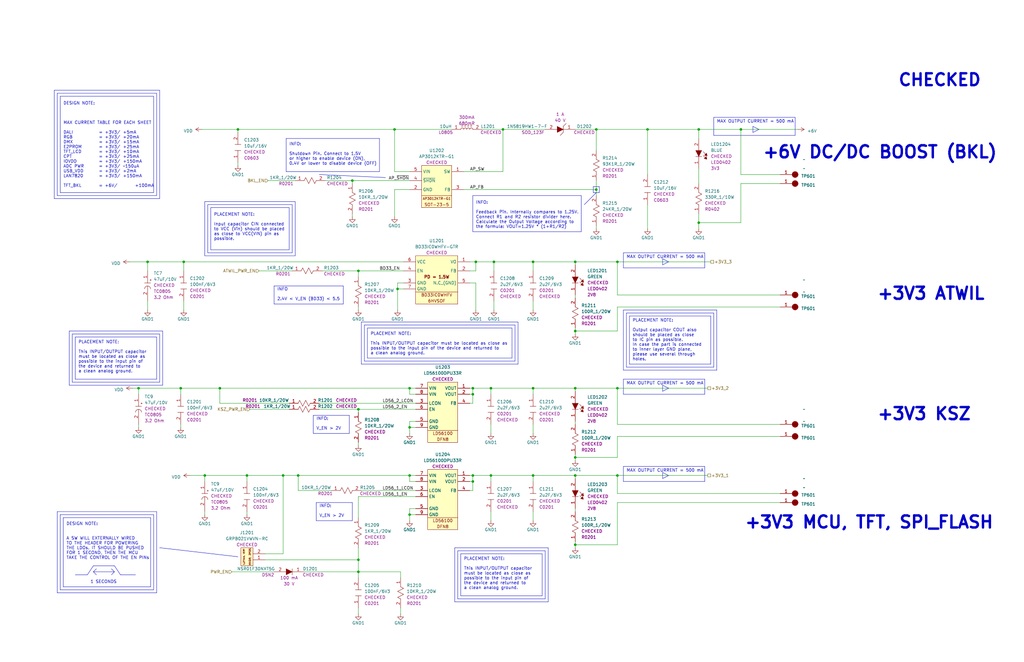
<source format=kicad_sch>
(kicad_sch (version 20230121) (generator eeschema)
  (paper "B")
  (title_block (title "SparkleSplashy") (date "2023-04-25") (company "Siavash Taher Parvar") (comment 1 "Siavash Taher Parvar") (comment 2 "Siavash Taher Parvar") (comment 3 "Siavash Taher Parvar") (comment 4 "_BOM_SpSp_V1.xlsx") (comment 5 "_ASM_SpSp_V1.html") (comment 6 "_GERBER_JLCPCB042023.zip") (comment 8 "No Variant") (comment 9 "N/A"))
  (junction (at 167.64 121.92))
  (junction (at 86.36 200.66))
  (junction (at 76.2 163.83))
  (junction (at 242.57 229.87))
  (junction (at 242.57 110.49))
  (junction (at 242.57 193.04))
  (junction (at 207.01 200.66))
  (junction (at 172.72 200.66))
  (junction (at 242.57 139.7))
  (junction (at 224.79 200.66))
  (junction (at 172.72 217.17))
  (junction (at 58.42 163.83))
  (junction (at 260.35 163.83))
  (junction (at 199.39 203.2))
  (junction (at 119.38 200.66))
  (junction (at 172.72 163.83))
  (junction (at 199.39 166.37))
  (junction (at 104.14 200.66))
  (junction (at 208.28 110.49))
  (junction (at 200.66 110.49))
  (junction (at 260.35 110.49))
  (junction (at 242.57 200.66))
  (junction (at 125.73 200.66))
  (junction (at 166.37 54.61))
  (junction (at 251.46 54.61))
  (junction (at 312.42 54.61))
  (junction (at 294.64 54.61))
  (junction (at 273.05 54.61))
  (junction (at 151.13 236.22))
  (junction (at 224.79 110.49))
  (junction (at 224.79 163.83))
  (junction (at 100.33 54.61))
  (junction (at 92.71 163.83))
  (junction (at 242.57 163.83))
  (junction (at 294.64 93.98))
  (junction (at 199.39 163.83))
  (junction (at 199.39 200.66))
  (junction (at 212.09 54.61))
  (junction (at 251.46 80.01))
  (junction (at 172.72 180.34))
  (junction (at 77.47 110.49))
  (junction (at 148.59 76.2))
  (junction (at 260.35 200.66))
  (junction (at 62.23 110.49))
  (junction (at 151.13 172.72))
  (junction (at 207.01 163.83))
  (junction (at 151.13 114.3))
  (junction (at 151.13 241.3))
  (polyline (pts (xy 252.73 81.28) (xy 250.19 81.28)))
  (wire (pts (xy 105.41 172.72) (xy 121.92 172.72)))
  (wire (pts (xy 195.58 72.39) (xy 212.09 72.39)))
  (wire (pts (xy 151.13 256.54) (xy 151.13 259.08)))
  (polyline (pts (xy 297.18 166.37) (xy 262.89 166.37)))
  (wire (pts (xy 224.79 200.66) (xy 224.79 203.2)))
  (polyline (pts (xy 64.77 81.28) (xy 25.4 81.28)))
  (polyline (pts (xy 160.02 72.39) (xy 120.65 72.39)))
  (polyline (pts (xy 335.28 57.15) (xy 300.99 57.15)))
  (polyline (pts (xy 262.89 160.02) (xy 262.89 166.37)))
  (wire (pts (xy 148.59 90.17) (xy 148.59 91.44)))
  (wire (pts (xy 251.46 96.52) (xy 251.46 95.25)))
  (wire (pts (xy 151.13 241.3) (xy 151.13 243.84)))
  (wire (pts (xy 134.62 170.18) (xy 175.26 170.18)))
  (polyline (pts (xy 160.02 58.42) (xy 160.02 72.39)))
  (polyline (pts (xy 64.77 217.17) (xy 64.77 248.92)))
  (wire (pts (xy 207.01 182.88) (xy 207.01 179.07)))
  (wire (pts (xy 224.79 110.49) (xy 242.57 110.49)))
  (wire (pts (xy 260.35 139.7) (xy 242.57 139.7)))
  (wire (pts (xy 151.13 209.55) (xy 175.26 209.55)))
  (wire (pts (xy 224.79 127) (xy 224.79 130.81)))
  (polyline (pts (xy 39.37 241.3) (xy 48.26 241.3)))
  (wire (pts (xy 166.37 72.39) (xy 172.72 72.39)))
  (wire (pts (xy 224.79 200.66) (xy 242.57 200.66)))
  (wire (pts (xy 54.61 110.49) (xy 62.23 110.49)))
  (polyline (pts (xy 152.4 135.89) (xy 218.44 135.89)))
  (wire (pts (xy 166.37 54.61) (xy 190.5 54.61)))
  (wire (pts (xy 168.91 243.84) (xy 168.91 241.3)))
  (wire (pts (xy 77.47 110.49) (xy 77.47 114.3)))
  (polyline (pts (xy 262.89 196.85) (xy 262.89 203.2)))
  (wire (pts (xy 198.12 110.49) (xy 200.66 110.49)))
  (wire (pts (xy 242.57 110.49) (xy 242.57 111.76)))
  (polyline (pts (xy 199.39 82.55) (xy 199.39 97.79)))
  (polyline (pts (xy 24.13 39.37) (xy 66.04 39.37)))
  (wire (pts (xy 199.39 200.66) (xy 198.12 200.66)))
  (wire (pts (xy 260.35 212.09) (xy 260.35 229.87)))
  (wire (pts (xy 128.27 241.3) (xy 151.13 241.3)))
  (polyline (pts (xy 191.77 231.14) (xy 191.77 254)))
  (polyline (pts (xy 68.58 139.7) (xy 68.58 162.56)))
  (wire (pts (xy 151.13 209.55) (xy 151.13 218.44)))
  (polyline (pts (xy 48.26 238.76) (xy 50.8 242.57)))
  (polyline (pts (xy 87.63 86.36) (xy 87.63 106.68)))
  (wire (pts (xy 242.57 177.8) (xy 242.57 179.07)))
  (wire (pts (xy 312.42 93.98) (xy 294.64 93.98)))
  (polyline (pts (xy 215.9 151.13) (xy 154.94 151.13)))
  (polyline (pts (xy 300.99 49.53) (xy 335.28 49.53)))
  (polyline (pts (xy 133.35 212.09) (xy 133.35 219.71)))
  (wire (pts (xy 172.72 200.66) (xy 175.26 200.66)))
  (polyline (pts (xy 67.31 83.82) (xy 22.86 83.82)))
  (polyline (pts (xy 299.72 133.35) (xy 299.72 153.67)))
  (wire (pts (xy 86.36 200.66) (xy 104.14 200.66)))
  (polyline (pts (xy 24.13 215.9) (xy 24.13 250.19)))
  (polyline (pts (xy 250.19 78.74) (xy 252.73 78.74)))
  (polyline (pts (xy 31.75 142.24) (xy 31.75 160.02)))
  (wire (pts (xy 172.72 80.01) (xy 166.37 80.01)))
  (wire (pts (xy 62.23 110.49) (xy 77.47 110.49)))
  (polyline (pts (xy 147.32 175.26) (xy 147.32 182.88)))
  (wire (pts (xy 152.4 207.01) (xy 175.26 207.01)))
  (polyline (pts (xy 152.4 135.89) (xy 152.4 153.67)))
  (polyline (pts (xy 279.4 201.93) (xy 281.94 200.66)))
  (polyline (pts (xy 87.63 86.36) (xy 123.19 86.36)))
  (wire (pts (xy 328.93 77.47) (xy 312.42 77.47)))
  (polyline (pts (xy 229.87 232.41) (xy 229.87 252.73)))
  (wire (pts (xy 207.01 163.83) (xy 199.39 163.83)))
  (wire (pts (xy 328.93 124.46) (xy 260.35 124.46)))
  (wire (pts (xy 148.59 76.2) (xy 172.72 76.2)))
  (wire (pts (xy 148.59 76.2) (xy 148.59 77.47)))
  (polyline (pts (xy 317.5 55.88) (xy 320.04 54.61)))
  (wire (pts (xy 328.93 179.07) (xy 260.35 179.07)))
  (wire (pts (xy 119.38 200.66) (xy 119.38 233.68)))
  (wire (pts (xy 121.92 170.18) (xy 92.71 170.18)))
  (wire (pts (xy 151.13 172.72) (xy 151.13 173.99)))
  (polyline (pts (xy 26.67 218.44) (xy 26.67 247.65)))
  (wire (pts (xy 198.12 166.37) (xy 199.39 166.37)))
  (wire (pts (xy 224.79 163.83) (xy 224.79 166.37)))
  (wire (pts (xy 251.46 76.2) (xy 251.46 80.01)))
  (polyline (pts (xy 123.19 106.68) (xy 87.63 106.68)))
  (polyline (pts (xy 86.36 107.95) (xy 124.46 107.95)))
  (polyline (pts (xy 279.4 199.39) (xy 281.94 200.66)))
  (polyline (pts (xy 246.38 86.36) (xy 251.46 81.28)))
  (wire (pts (xy 151.13 116.84) (xy 151.13 114.3)))
  (polyline (pts (xy 133.35 212.09) (xy 148.59 212.09)))
  (wire (pts (xy 294.64 54.61) (xy 294.64 58.42)))
  (wire (pts (xy 207.01 200.66) (xy 207.01 203.2)))
  (wire (pts (xy 260.35 129.54) (xy 260.35 139.7)))
  (wire (pts (xy 62.23 110.49) (xy 62.23 114.3)))
  (polyline (pts (xy 297.18 203.2) (xy 262.89 203.2)))
  (wire (pts (xy 113.03 76.2) (xy 124.46 76.2)))
  (wire (pts (xy 242.57 163.83) (xy 260.35 163.83)))
  (polyline (pts (xy 29.21 139.7) (xy 29.21 162.56)))
  (wire (pts (xy 119.38 200.66) (xy 125.73 200.66)))
  (wire (pts (xy 328.93 208.28) (xy 260.35 208.28)))
  (polyline (pts (xy 64.77 248.92) (xy 25.4 248.92)))
  (wire (pts (xy 100.33 69.85) (xy 100.33 68.58)))
  (wire (pts (xy 224.79 114.3) (xy 224.79 110.49)))
  (polyline (pts (xy 279.4 109.22) (xy 279.4 111.76)))
  (wire (pts (xy 76.2 163.83) (xy 92.71 163.83)))
  (wire (pts (xy 166.37 54.61) (xy 166.37 72.39)))
  (polyline (pts (xy 162.56 74.93) (xy 134.62 73.66)))
  (wire (pts (xy 76.2 180.34) (xy 76.2 179.07)))
  (wire (pts (xy 167.64 119.38) (xy 170.18 119.38)))
  (polyline (pts (xy 148.59 212.09) (xy 148.59 219.71)))
  (polyline (pts (xy 147.32 182.88) (xy 132.08 182.88)))
  (wire (pts (xy 139.7 207.01) (xy 125.73 207.01)))
  (wire (pts (xy 172.72 166.37) (xy 175.26 166.37)))
  (wire (pts (xy 58.42 163.83) (xy 76.2 163.83)))
  (wire (pts (xy 251.46 80.01) (xy 251.46 82.55)))
  (wire (pts (xy 151.13 114.3) (xy 170.18 114.3)))
  (wire (pts (xy 58.42 163.83) (xy 58.42 166.37)))
  (polyline (pts (xy 265.43 133.35) (xy 299.72 133.35)))
  (wire (pts (xy 260.35 193.04) (xy 242.57 193.04)))
  (wire (pts (xy 199.39 163.83) (xy 198.12 163.83)))
  (wire (pts (xy 198.12 207.01) (xy 199.39 207.01)))
  (wire (pts (xy 172.72 219.71) (xy 172.72 217.17)))
  (wire (pts (xy 134.62 172.72) (xy 151.13 172.72)))
  (polyline (pts (xy 29.21 139.7) (xy 68.58 139.7)))
  (wire (pts (xy 172.72 203.2) (xy 175.26 203.2)))
  (wire (pts (xy 172.72 180.34) (xy 175.26 180.34)))
  (wire (pts (xy 212.09 54.61) (xy 212.09 72.39)))
  (polyline (pts (xy 262.89 106.68) (xy 262.89 113.03)))
  (wire (pts (xy 92.71 170.18) (xy 92.71 163.83)))
  (wire (pts (xy 208.28 127) (xy 208.28 130.81)))
  (polyline (pts (xy 31.75 242.57) (xy 36.83 242.57)))
  (polyline (pts (xy 29.21 162.56) (xy 68.58 162.56)))
  (wire (pts (xy 224.79 182.88) (xy 224.79 179.07)))
  (polyline (pts (xy 46.99 240.03) (xy 48.26 241.3)))
  (polyline (pts (xy 228.6 251.46) (xy 194.31 251.46)))
  (wire (pts (xy 198.12 119.38) (xy 200.66 119.38)))
  (wire (pts (xy 224.79 219.71) (xy 224.79 215.9)))
  (polyline (pts (xy 86.36 85.09) (xy 124.46 85.09)))
  (polyline (pts (xy 217.17 137.16) (xy 217.17 152.4)))
  (polyline (pts (xy 300.99 154.94) (xy 264.16 154.94)))
  (polyline (pts (xy 121.92 105.41) (xy 88.9 105.41)))
  (wire (pts (xy 151.13 172.72) (xy 175.26 172.72)))
  (wire (pts (xy 76.2 166.37) (xy 76.2 163.83)))
  (wire (pts (xy 328.93 129.54) (xy 260.35 129.54)))
  (polyline (pts (xy 31.75 142.24) (xy 66.04 142.24)))
  (polyline (pts (xy 22.86 38.1) (xy 22.86 83.82)))
  (polyline (pts (xy 262.89 130.81) (xy 262.89 156.21)))
  (wire (pts (xy 175.26 177.8) (xy 172.72 177.8)))
  (wire (pts (xy 242.57 229.87) (xy 242.57 228.6)))
  (polyline (pts (xy 317.5 53.34) (xy 320.04 54.61)))
  (polyline (pts (xy 154.94 138.43) (xy 154.94 151.13)))
  (wire (pts (xy 199.39 170.18) (xy 199.39 166.37)))
  (wire (pts (xy 125.73 207.01) (xy 125.73 200.66)))
  (wire (pts (xy 55.88 163.83) (xy 58.42 163.83)))
  (wire (pts (xy 151.13 187.96) (xy 151.13 186.69)))
  (polyline (pts (xy 279.4 162.56) (xy 279.4 165.1)))
  (wire (pts (xy 97.79 241.3) (xy 115.57 241.3)))
  (polyline (pts (xy 67.31 161.29) (xy 30.48 161.29)))
  (wire (pts (xy 242.57 139.7) (xy 242.57 138.43)))
  (polyline (pts (xy 199.39 82.55) (xy 245.11 82.55)))
  (wire (pts (xy 208.28 110.49) (xy 208.28 114.3)))
  (wire (pts (xy 251.46 54.61) (xy 251.46 63.5)))
  (polyline (pts (xy 132.08 175.26) (xy 147.32 175.26)))
  (wire (pts (xy 119.38 233.68) (xy 111.76 233.68)))
  (wire (pts (xy 77.47 127) (xy 77.47 130.81)))
  (polyline (pts (xy 120.65 58.42) (xy 120.65 72.39)))
  (wire (pts (xy 62.23 127) (xy 62.23 130.81)))
  (polyline (pts (xy 25.4 217.17) (xy 25.4 248.92)))
  (wire (pts (xy 199.39 207.01) (xy 199.39 203.2)))
  (polyline (pts (xy 66.04 160.02) (xy 31.75 160.02)))
  (polyline (pts (xy 317.5 53.34) (xy 317.5 55.88)))
  (wire (pts (xy 242.57 163.83) (xy 242.57 165.1)))
  (polyline (pts (xy 24.13 39.37) (xy 24.13 82.55)))
  (wire (pts (xy 109.22 114.3) (xy 123.19 114.3)))
  (polyline (pts (xy 262.89 156.21) (xy 302.26 156.21)))
  (wire (pts (xy 175.26 214.63) (xy 172.72 214.63)))
  (polyline (pts (xy 30.48 140.97) (xy 67.31 140.97)))
  (wire (pts (xy 203.2 54.61) (xy 212.09 54.61)))
  (polyline (pts (xy 25.4 40.64) (xy 64.77 40.64)))
  (polyline (pts (xy 66.04 39.37) (xy 66.04 82.55)))
  (wire (pts (xy 172.72 163.83) (xy 172.72 166.37)))
  (polyline (pts (xy 245.11 97.79) (xy 199.39 97.79)))
  (polyline (pts (xy 218.44 135.89) (xy 218.44 153.67)))
  (wire (pts (xy 294.64 71.12) (xy 294.64 77.47)))
  (polyline (pts (xy 262.89 160.02) (xy 297.18 160.02)))
  (wire (pts (xy 260.35 229.87) (xy 242.57 229.87)))
  (polyline (pts (xy 154.94 138.43) (xy 215.9 138.43)))
  (polyline (pts (xy 279.4 111.76) (xy 281.94 110.49)))
  (wire (pts (xy 58.42 180.34) (xy 58.42 179.07)))
  (polyline (pts (xy 300.99 132.08) (xy 300.99 154.94)))
  (wire (pts (xy 242.57 214.63) (xy 242.57 215.9)))
  (wire (pts (xy 172.72 177.8) (xy 172.72 180.34)))
  (wire (pts (xy 294.64 93.98) (xy 294.64 90.17)))
  (polyline (pts (xy 144.78 120.65) (xy 144.78 128.27)))
  (polyline (pts (xy 302.26 130.81) (xy 302.26 156.21)))
  (polyline (pts (xy 40.64 240.03) (xy 39.37 241.3)))
  (wire (pts (xy 198.12 114.3) (xy 200.66 114.3)))
  (polyline (pts (xy 123.19 86.36) (xy 123.19 106.68)))
  (wire (pts (xy 273.05 73.66) (xy 273.05 54.61)))
  (polyline (pts (xy 30.48 140.97) (xy 30.48 161.29)))
  (polyline (pts (xy 191.77 254) (xy 231.14 254)))
  (polyline (pts (xy 115.57 120.65) (xy 144.78 120.65)))
  (polyline (pts (xy 39.37 238.76) (xy 48.26 238.76)))
  (polyline (pts (xy 229.87 252.73) (xy 193.04 252.73)))
  (polyline (pts (xy 194.31 233.68) (xy 194.31 251.46)))
  (wire (pts (xy 260.35 110.49) (xy 299.72 110.49)))
  (polyline (pts (xy 262.89 130.81) (xy 302.26 130.81)))
  (polyline (pts (xy 66.04 142.24) (xy 66.04 160.02)))
  (polyline (pts (xy 26.67 218.44) (xy 63.5 218.44)))
  (wire (pts (xy 207.01 200.66) (xy 224.79 200.66)))
  (polyline (pts (xy 66.04 82.55) (xy 24.13 82.55)))
  (wire (pts (xy 199.39 203.2) (xy 199.39 200.66)))
  (polyline (pts (xy 22.86 38.1) (xy 67.31 38.1)))
  (wire (pts (xy 135.89 114.3) (xy 151.13 114.3)))
  (polyline (pts (xy 250.19 78.74) (xy 250.19 81.28)))
  (polyline (pts (xy 152.4 153.67) (xy 218.44 153.67)))
  (polyline (pts (xy 115.57 120.65) (xy 115.57 128.27)))
  (wire (pts (xy 260.35 200.66) (xy 298.45 200.66)))
  (polyline (pts (xy 262.89 196.85) (xy 297.18 196.85)))
  (wire (pts (xy 198.12 203.2) (xy 199.39 203.2)))
  (polyline (pts (xy 67.31 38.1) (xy 67.31 83.82)))
  (polyline (pts (xy 50.8 242.57) (xy 57.15 242.57)))
  (polyline (pts (xy 88.9 87.63) (xy 88.9 105.41)))
  (wire (pts (xy 207.01 163.83) (xy 224.79 163.83)))
  (polyline (pts (xy 40.64 242.57) (xy 39.37 241.3)))
  (polyline (pts (xy 86.36 85.09) (xy 86.36 107.95)))
  (wire (pts (xy 104.14 217.17) (xy 104.14 215.9)))
  (wire (pts (xy 167.64 121.92) (xy 170.18 121.92)))
  (wire (pts (xy 242.57 200.66) (xy 242.57 201.93)))
  (wire (pts (xy 172.72 217.17) (xy 175.26 217.17)))
  (polyline (pts (xy 153.67 137.16) (xy 153.67 152.4)))
  (wire (pts (xy 294.64 96.52) (xy 294.64 93.98)))
  (polyline (pts (xy 25.4 217.17) (xy 64.77 217.17)))
  (wire (pts (xy 224.79 163.83) (xy 242.57 163.83)))
  (wire (pts (xy 111.76 236.22) (xy 151.13 236.22)))
  (polyline (pts (xy 262.89 106.68) (xy 297.18 106.68)))
  (wire (pts (xy 195.58 80.01) (xy 251.46 80.01)))
  (polyline (pts (xy 264.16 132.08) (xy 300.99 132.08)))
  (polyline (pts (xy 36.83 242.57) (xy 39.37 238.76)))
  (wire (pts (xy 312.42 77.47) (xy 312.42 93.98)))
  (polyline (pts (xy 191.77 231.14) (xy 231.14 231.14)))
  (wire (pts (xy 151.13 130.81) (xy 151.13 129.54)))
  (wire (pts (xy 166.37 80.01) (xy 166.37 91.44)))
  (polyline (pts (xy 297.18 196.85) (xy 297.18 203.2)))
  (wire (pts (xy 77.47 110.49) (xy 170.18 110.49)))
  (wire (pts (xy 328.93 212.09) (xy 260.35 212.09)))
  (wire (pts (xy 260.35 163.83) (xy 298.45 163.83)))
  (wire (pts (xy 167.64 119.38) (xy 167.64 121.92)))
  (wire (pts (xy 100.33 54.61) (xy 100.33 55.88)))
  (polyline (pts (xy 252.73 78.74) (xy 252.73 81.28)))
  (polyline (pts (xy 299.72 153.67) (xy 265.43 153.67)))
  (wire (pts (xy 172.72 214.63) (xy 172.72 217.17)))
  (polyline (pts (xy 148.59 219.71) (xy 133.35 219.71)))
  (wire (pts (xy 80.01 200.66) (xy 86.36 200.66)))
  (wire (pts (xy 172.72 200.66) (xy 172.72 203.2)))
  (polyline (pts (xy 215.9 138.43) (xy 215.9 151.13)))
  (wire (pts (xy 100.33 54.61) (xy 166.37 54.61)))
  (polyline (pts (xy 25.4 40.64) (xy 25.4 81.28)))
  (polyline (pts (xy 67.31 231.14) (xy 100.33 234.95)))
  (wire (pts (xy 242.57 54.61) (xy 251.46 54.61)))
  (wire (pts (xy 273.05 96.52) (xy 273.05 86.36)))
  (polyline (pts (xy 46.99 242.57) (xy 48.26 241.3)))
  (polyline (pts (xy 297.18 160.02) (xy 297.18 166.37)))
  (polyline (pts (xy 121.92 87.63) (xy 121.92 105.41)))
  (wire (pts (xy 312.42 54.61) (xy 336.55 54.61)))
  (polyline (pts (xy 300.99 49.53) (xy 300.99 57.15)))
  (wire (pts (xy 200.66 114.3) (xy 200.66 110.49)))
  (polyline (pts (xy 88.9 87.63) (xy 121.92 87.63)))
  (wire (pts (xy 172.72 163.83) (xy 175.26 163.83)))
  (polyline (pts (xy 245.11 82.55) (xy 245.11 97.79)))
  (wire (pts (xy 273.05 54.61) (xy 251.46 54.61)))
  (polyline (pts (xy 335.28 49.53) (xy 335.28 57.15)))
  (polyline (pts (xy 24.13 250.19) (xy 66.04 250.19)))
  (polyline (pts (xy 63.5 247.65) (xy 26.67 247.65)))
  (polyline (pts (xy 193.04 232.41) (xy 229.87 232.41)))
  (wire (pts (xy 151.13 231.14) (xy 151.13 236.22)))
  (wire (pts (xy 200.66 119.38) (xy 200.66 130.81)))
  (wire (pts (xy 224.79 110.49) (xy 208.28 110.49)))
  (polyline (pts (xy 193.04 232.41) (xy 193.04 252.73)))
  (wire (pts (xy 198.12 170.18) (xy 199.39 170.18)))
  (wire (pts (xy 137.16 76.2) (xy 148.59 76.2)))
  (wire (pts (xy 242.57 110.49) (xy 260.35 110.49)))
  (wire (pts (xy 86.36 200.66) (xy 86.36 203.2)))
  (wire (pts (xy 85.09 54.61) (xy 100.33 54.61)))
  (polyline (pts (xy 120.65 58.42) (xy 160.02 58.42)))
  (wire (pts (xy 199.39 166.37) (xy 199.39 163.83)))
  (polyline (pts (xy 132.08 175.26) (xy 132.08 182.88)))
  (wire (pts (xy 260.35 124.46) (xy 260.35 110.49)))
  (wire (pts (xy 312.42 73.66) (xy 312.42 54.61)))
  (wire (pts (xy 328.93 73.66) (xy 312.42 73.66)))
  (polyline (pts (xy 279.4 162.56) (xy 281.94 163.83)))
  (wire (pts (xy 212.09 54.61) (xy 229.87 54.61)))
  (polyline (pts (xy 217.17 152.4) (xy 153.67 152.4)))
  (wire (pts (xy 125.73 200.66) (xy 172.72 200.66)))
  (wire (pts (xy 151.13 241.3) (xy 168.91 241.3)))
  (polyline (pts (xy 279.4 165.1) (xy 281.94 163.83)))
  (polyline (pts (xy 228.6 233.68) (xy 228.6 251.46)))
  (polyline (pts (xy 279.4 109.22) (xy 281.94 110.49)))
  (wire (pts (xy 172.72 182.88) (xy 172.72 180.34)))
  (polyline (pts (xy 265.43 133.35) (xy 265.43 153.67)))
  (wire (pts (xy 168.91 259.08) (xy 168.91 256.54)))
  (wire (pts (xy 242.57 231.14) (xy 242.57 229.87)))
  (wire (pts (xy 294.64 54.61) (xy 312.42 54.61)))
  (polyline (pts (xy 67.31 140.97) (xy 67.31 161.29)))
  (polyline (pts (xy 24.13 215.9) (xy 66.04 215.9)))
  (polyline (pts (xy 194.31 233.68) (xy 228.6 233.68)))
  (wire (pts (xy 273.05 54.61) (xy 294.64 54.61)))
  (polyline (pts (xy 66.04 215.9) (xy 66.04 250.19)))
  (polyline (pts (xy 297.18 113.03) (xy 262.89 113.03)))
  (polyline (pts (xy 231.14 231.14) (xy 231.14 254)))
  (polyline (pts (xy 264.16 132.08) (xy 264.16 154.94)))
  (wire (pts (xy 167.64 121.92) (xy 167.64 130.81)))
  (wire (pts (xy 260.35 179.07) (xy 260.35 163.83)))
  (wire (pts (xy 207.01 200.66) (xy 199.39 200.66)))
  (polyline (pts (xy 124.46 85.09) (xy 124.46 107.95)))
  (wire (pts (xy 260.35 208.28) (xy 260.35 200.66)))
  (polyline (pts (xy 144.78 128.27) (xy 115.57 128.27)))
  (wire (pts (xy 151.13 241.3) (xy 151.13 236.22)))
  (wire (pts (xy 242.57 124.46) (xy 242.57 125.73)))
  (polyline (pts (xy 153.67 137.16) (xy 217.17 137.16)))
  (polyline (pts (xy 297.18 106.68) (xy 297.18 113.03)))
  (wire (pts (xy 242.57 140.97) (xy 242.57 139.7)))
  (wire (pts (xy 92.71 163.83) (xy 172.72 163.83)))
  (polyline (pts (xy 63.5 218.44) (xy 63.5 247.65)))
  (wire (pts (xy 242.57 193.04) (xy 242.57 191.77)))
  (polyline (pts (xy 64.77 40.64) (xy 64.77 81.28)))
  (wire (pts (xy 260.35 184.15) (xy 260.35 193.04)))
  (wire (pts (xy 86.36 217.17) (xy 86.36 215.9)))
  (wire (pts (xy 208.28 110.49) (xy 200.66 110.49)))
  (wire (pts (xy 242.57 200.66) (xy 260.35 200.66)))
  (polyline (pts (xy 279.4 199.39) (xy 279.4 201.93)))
  (wire (pts (xy 242.57 194.31) (xy 242.57 193.04)))
  (wire (pts (xy 104.14 200.66) (xy 119.38 200.66)))
  (wire (pts (xy 207.01 163.83) (xy 207.01 166.37)))
  (wire (pts (xy 207.01 219.71) (xy 207.01 215.9)))
  (wire (pts (xy 328.93 184.15) (xy 260.35 184.15)))
  (wire (pts (xy 104.14 203.2) (xy 104.14 200.66)))
  (text "+3V3 MCU, TFT, SPI_FLASH" (at 313.69 223.52 0) (effects (font (size 5.08 5.08) (thickness 1.016) bold) (justify left bottom)))
  (text "PLACEMENT NOTE:\n\nThis INPUT/OUTPUT capacitor \nmust be located as close as\npossible to the input pin of \nthe device and returned to \na clean analog ground." (at 33.02 157.48 0) (effects (font (size 1.27 1.27)) (justify left bottom)))
  (text "MAX OUTPUT CURRENT = 500 mA" (at 264.16 162.56 0) (effects (font (size 1.27 1.27)) (justify left bottom)))
  (text "MAX OUTPUT CURRENT = 500 mA" (at 264.16 199.39 0) (effects (font (size 1.27 1.27)) (justify left bottom)))
  (text "INFO:\n\nV_EN > 2V" (at 134.62 218.44 0) (effects (font (size 1.27 1.27)) (justify left bottom)))
  (text "MAX OUTPUT CURRENT = 500 mA" (at 302.26 52.07 0) (effects (font (size 1.27 1.27)) (justify left bottom)))
  (text "DESIGN NOTE:" (at 26.67 44.45 0) (effects (font (size 1.27 1.27)) (justify left bottom)))
  (text "GREEN LED FOR LDOs\nBLUE LED FOR BACKLIGHT DC/DC CONVERTER\nRED LED FOR MCU STATUS\nORANGE LED FOR ETHERNET ENABLE\nAMBER LED FOR WIFI ENABLE\n\n\n+3V3_1 -> FOR MCU + TFTLCD + TOUCH\n+3V3_2 -> FOR ETHERNET CONTROLLER\n+3V3_3 -> FOR WIFI TX/RX\n+6VDC -> FOR TFT LCD BACKLIGHT" (at 436.88 139.7 0) (effects (font (size 8 8)) (justify left bottom)))
  (text "+3V3 KSZ" (at 369.57 177.8 0) (effects (font (size 5.08 5.08) (thickness 1.016) bold) (justify left bottom)))
  (text "1 SECONDS" (at 38.1 246.38 0) (effects (font (size 1.27 1.27)) (justify left bottom)))
  (text "CHECKED" (at 378.46 36.83 0) (effects (font (size 5 5) bold) (justify left bottom)))
  (text "+6V DC/DC BOOST (BKL)" (at 321.31 67.31 0) (effects (font (size 5.08 5.08) (thickness 1.016) bold) (justify left bottom)))
  (text "INFO:\n\nShutdown Pin. Connect to 1.5V \nor higher to enable device (ON), \n0.4V or lower to disable device (OFF)" (at 121.92 69.85 0) (effects (font (size 1.27 1.27)) (justify left bottom)))
  (text "PLACEMENT NOTE:\n\nInput capacitor CIN connected\nto VCC (Vin) should be placed \nas close to VCC(VIN) pin as \npossible.\n" (at 90.17 101.6 0) (effects (font (size 1.27 1.27)) (justify left bottom)))
  (text "INFO:\n\nFeedback Pin. Internally compares to 1.25V. \nConnect R1 and R2 resistor divider here. \nCalculate the Output Voltage according to \nthe formula: VOUT=1.25V * (1+R1/R2)" (at 200.66 96.52 0) (effects (font (size 1.27 1.27)) (justify left bottom)))
  (text "PLACEMENT NOTE:\n\nOutput capacitor COUT also\nshould be placed as close\nto IC pin as possible.\nIn case the part is connected \nto inner layer GND plane, \nplease use several through \nholes." (at 266.7 152.4 0) (effects (font (size 1.27 1.27)) (justify left bottom)))
  (text "DESIGN NOTE:\n\n\nA SW WILL EXTERNALLY WIRED\nTO THE HEADER FOR POWERING \nTHE LDOs. IT SHOULD BE PUSHED\nFOR 1 SECOND, THEN THE MCU\nTAKE THE CONTROL OF THE EN PINs" (at 27.94 236.22 0) (effects (font (size 1.27 1.27)) (justify left bottom)))
  (text "INFO\n\n2.4V < V_EN (BD33) < 5.5" (at 116.84 127 0) (effects (font (size 1.27 1.27)) (justify left bottom)))
  (text "MAX CURRENT TABLE FOR EACH SHEET\n\nDALI 		= +3V3/	+5mA\nRGB 		= +3V3/	+20mA\nDMX			= +3V3/	+15mA\nE2PROM		= +3V3/	+25mA\nTFT_LCD		= +3V3/	+10mA\nCPT			= +3V3/	+25mA\nIOVDD		= +3V3/	+150mA\nADC PWR 	= +3V3/	~150uA\nUSB_VDD 	= +3V3/	+2mA\nLAN7820 	= +3V3/	+150mA\n\nTFT_BKL		= +6V/ 		+100mA\n\n" (at 26.67 81.28 0) (effects (font (size 1.27 1.27)) (justify left bottom)))
  (text "PLACEMENT NOTE:\n\nThis INPUT/OUTPUT capacitor must be located as close as\npossible to the input pin of the device and returned to \na clean analog ground." (at 156.21 149.86 0) (effects (font (size 1.27 1.27)) (justify left bottom)))
  (text "MAX OUTPUT CURRENT = 500 mA" (at 264.16 109.22 0) (effects (font (size 1.27 1.27)) (justify left bottom)))
  (text "PLACEMENT NOTE:\n\nThis INPUT/OUTPUT capacitor \nmust be located as close as\npossible to the input pin of \nthe device and returned to \na clean analog ground." (at 195.58 248.92 0) (effects (font (size 1.27 1.27)) (justify left bottom)))
  (text "INFO:\n\nV_EN > 2V" (at 133.35 181.61 0) (effects (font (size 1.27 1.27)) (justify left bottom)))
  (text "+3V3 ATWIL" (at 369.57 127 0) (effects (font (size 5.08 5.08) (thickness 1.016) bold) (justify left bottom)))
  (label "LD56_2_EN" (at 161.29 172.72 0))
  (label "AP_FB" (at 198.12 80.01 0))
  (label "LD56_1_EN" (at 161.29 209.55 0))
  (label "AP_~{SHDN}" (at 163.83 76.2 0))
  (label "BD33_EN" (at 160.02 114.3 0))
  (label "AP_SW" (at 198.12 72.39 0))
  (label "LD56_1_LCON" (at 161.29 207.01 0))
  (label "LD56_2_LCON" (at 161.29 170.18 0))
  (hierarchical_label "BKL_EN" (shape input) (at 113.03 76.2 180))
  (hierarchical_label "+3V3_1" (shape passive) (at 298.45 200.66 0))
  (hierarchical_label "PWR_EN" (shape input) (at 97.79 241.3 180))
  (hierarchical_label "ATWIL_PWR_EN" (shape input) (at 109.22 114.3 180))
  (hierarchical_label "+3V3_2" (shape passive) (at 298.45 163.83 0))
  (hierarchical_label "+3V3_3" (shape passive) (at 299.72 110.49 0))
  (hierarchical_label "KSZ_PWR_EN" (shape input) (at 105.41 172.72 180))
  (symbol (lib_id "_SCHLIB_SparkleSplashy:PMIC_LD56100DPU33R") (at 180.34 161.29 0) (unit 1)
    (property "Reference" "U1203" (at 186.69 154.94 0))
    (property "Value" "LD56100DPU33R" (at 186.69 157.48 0))
    (property "Footprint" "_PCBLIB_SparkleSplashy:8-DFN" (effects hide))
    (property "Datasheet" "https://www.st.com/resource/en/datasheet/ld56100.pdf" (effects hide))
    (property "Description" "IC REG LINEAR 3.3V 1A 8DFN" (effects hide))
    (property "Part Number" "LD56100DPU33R" (effects hide))
    (property "Link" "https://www.digikey.ca/en/products/detail/stmicroelectronics/LD56100DPU33R/9485512" (effects hide))
    (property "SCH CHECK" "CHECKED" (at 186.69 160.02 0))
  )
  (symbol (lib_id "power:VDD") (at 54.61 110.49 90) (unit 1)
    (property "Reference" "#PWR01201" (effects hide))
    (property "Value" "VDD" (at 50.8 111.125 90) (effects (justify left)))
  )
  (symbol (lib_id "_SCHLIB_SparkleSplashy:CONN_CTP_40MIL") (at 328.93 212.09 0) (unit 1) (in_bom no)
    (property "Reference" "TP601" (at 337.82 212.725 0) (effects (justify left)))
    (property "Value" "~" (at 339.09 205.74 0))
    (property "Footprint" "TestPoint:TestPoint_Pad_D1.0mm" (effects hide))
    (instances (project "_HW_SparkleSplashy" (path "" (reference "TP601") (unit 1)) (path "" (reference "TP1208") (unit 1))))
  )
  (symbol (lib_id "_SCHLIB_SparkleSplashy:CAP_2u2F/6V3") (at 224.79 166.37 270) (unit 1)
    (property "Reference" "C1210" (at 227.33 169.545 90) (effects (justify left)))
    (property "Value" "2u2F/6V3" (at 227.33 172.085 90) (effects (justify left)))
    (property "Footprint" "Capacitor_SMD:C_0201_0603Metric" (effects hide))
    (property "Datasheet" "https://ele.kyocera.com/assets/products/capacitor/CM_Series_e.pdf" (effects hide))
    (property "Description" "2.2 µF ±20% 6.3V Ceramic Capacitor X5R 0201 (0603 Metric)" (effects hide))
    (property "Part Number" "CM03X5R225M06AH" (effects hide))
    (property "Link" "https://www.digikey.ca/en/products/detail/kyocera-avx/CM03X5R225M06AH/10815044" (effects hide))
    (property "SCH CHECK" "CHECKED" (at 227.33 174.625 90) (effects (justify left)))
    (property "Package" "C0201" (at 227.33 177.165 90) (effects (justify left)))
  )
  (symbol (lib_id "power:GND1") (at 242.57 194.31 0) (unit 1)
    (property "Reference" "#PWR01229" (effects hide))
    (property "Value" "GND1" (at 242.57 198.12 0))
  )
  (symbol (lib_id "_SCHLIB_SparkleSplashy:DIODE_1N5819HW1-7-F") (at 229.87 54.61 0) (unit 1)
    (property "Reference" "D1202" (at 246.38 53.34 0))
    (property "Value" "1N5819HW1-7-F" (at 222.25 53.34 0))
    (property "Footprint" "Diode_SMD:D_SOD-123F" (effects hide))
    (property "Datasheet" "https://www.diodes.com/assets/Datasheets/1N5819HW1.pdf" (effects hide))
    (property "Description" "Diode 40 V 1A Surface Mount SOD-123F" (effects hide))
    (property "Part Number" "1N5819HW1-7-F" (effects hide))
    (property "Link" "https://www.digikey.ca/en/products/detail/diodes-incorporated/1N5819HW1-7-F/5768523?s=N4IgjCBcpgbFoDGUBmBDANgZwKYBoQB7KAbRABYAGcgDgGYAmEAXQIAcAXKEAZQ4CcAlgDsA5iAC%2BBWAE4EIZJHTZ8RUhUoy6Wluy6ReAkeKkgAtE2gKoAgK6rikMgFYWE05bJgAcs5pg5ZgkgA" (effects hide))
    (property "SCH CHECK" "CHECKED" (at 246.38 55.88 0))
    (property "Voltage Rated" "40 V" (at 236.22 50.8 0))
    (property "Current Rating" "1 A" (at 236.22 48.26 0))
    (property "Package" "SOD_123F" (at 224.79 55.88 0))
  )
  (symbol (lib_id "_SCHLIB_SparkleSplashy:CONN_CTP_40MIL") (at 328.93 179.07 0) (unit 1) (in_bom no)
    (property "Reference" "TP601" (at 337.82 179.705 0) (effects (justify left)))
    (property "Value" "~" (at 339.09 172.72 0))
    (property "Footprint" "TestPoint:TestPoint_Pad_D1.0mm" (effects hide))
    (instances (project "_HW_SparkleSplashy" (path "" (reference "TP601") (unit 1)) (path "" (reference "TP1205") (unit 1))))
  )
  (symbol (lib_id "power:GND1") (at 168.91 259.08 0) (unit 1)
    (property "Reference" "#PWR01218" (effects hide))
    (property "Value" "GND1" (at 168.91 262.89 0))
  )
  (symbol (lib_id "power:GND1") (at 208.28 130.81 0) (unit 1)
    (property "Reference" "#PWR01224" (effects hide))
    (property "Value" "GND1" (at 208.28 134.62 0))
  )
  (symbol (lib_id "_SCHLIB_SparkleSplashy:PMIC_AP3012KTR-G1") (at 177.8 69.85 0) (unit 1)
    (property "Reference" "U1202" (at 184.15 63.5 0))
    (property "Value" "AP3012KTR-G1" (at 184.15 66.04 0))
    (property "Footprint" "Package_TO_SOT_SMD:SOT-23-5" (effects hide))
    (property "Datasheet" "https://www.diodes.com/assets/Datasheets/AP3012.pdf" (effects hide))
    (property "Description" "Boost Switching Regulator IC Positive Adjustable 1.25V 1 Output 500mA (Switch) SC-74A, SOT-753" (effects hide))
    (property "Part Number" "AP3012KTR-G1" (effects hide))
    (property "Link" "https://www.digikey.ca/en/products/detail/diodes-incorporated/AP3012KTR-G1/4470846" (effects hide))
    (property "SCH CHECK" "CHECKED" (at 184.15 68.58 0))
  )
  (symbol (lib_id "_SCHLIB_SparkleSplashy:RES_10KR_1/20W") (at 148.59 77.47 270) (unit 1)
    (property "Reference" "R1206" (at 151.13 80.645 90) (effects (justify left)))
    (property "Value" "10KR_1/20W" (at 151.13 83.185 90) (effects (justify left)))
    (property "Footprint" "Resistor_SMD:R_0201_0603Metric" (effects hide))
    (property "Datasheet" "https://www.seielect.com/Catalog/SEI-RMCF_RMCP.pdf" (effects hide))
    (property "Description" "10 kOhms ±1% 0.05W, 1/20W Chip Resistor 0201 (0603 Metric) Thick Film" (effects hide))
    (property "Part Number" "RMCF0201FT10K0" (effects hide))
    (property "Link" "https://www.digikey.ca/en/products/detail/stackpole-electronics-inc/RMCF0201FT10K0/1714990" (effects hide))
    (property "SCH CHECK" "CHECKED" (at 151.13 85.725 90) (effects (justify left)))
    (property "Package" "R0201" (at 151.13 88.265 90) (effects (justify left)))
  )
  (symbol (lib_id "_SCHLIB_SparkleSplashy:RES_10KR_1/20W") (at 151.13 173.99 270) (unit 1)
    (property "Reference" "R1208" (at 153.67 177.165 90) (effects (justify left)))
    (property "Value" "10KR_1/20W" (at 153.67 179.705 90) (effects (justify left)))
    (property "Footprint" "Resistor_SMD:R_0201_0603Metric" (effects hide))
    (property "Datasheet" "https://www.seielect.com/Catalog/SEI-RMCF_RMCP.pdf" (effects hide))
    (property "Description" "10 kOhms ±1% 0.05W, 1/20W Chip Resistor 0201 (0603 Metric) Thick Film" (effects hide))
    (property "Part Number" "RMCF0201FT10K0" (effects hide))
    (property "Link" "https://www.digikey.ca/en/products/detail/stackpole-electronics-inc/RMCF0201FT10K0/1714990" (effects hide))
    (property "SCH CHECK" "CHECKED" (at 153.67 182.245 90) (effects (justify left)))
    (property "Package" "R0201" (at 153.67 184.785 90) (effects (justify left)))
  )
  (symbol (lib_id "power:GND1") (at 148.59 91.44 0) (unit 1)
    (property "Reference" "#PWR01212" (effects hide))
    (property "Value" "GND1" (at 148.59 95.25 0))
  )
  (symbol (lib_id "_SCHLIB_SparkleSplashy:LED_GREEN_0402") (at 242.57 165.1 270) (unit 1)
    (property "Reference" "LED1202" (at 247.65 167.5765 90) (effects (justify left)))
    (property "Value" "GREEN" (at 247.65 170.1165 90) (effects (justify left)))
    (property "Footprint" "LED_SMD:LED_0402_1005Metric" (effects hide))
    (property "Datasheet" "https://media.digikey.com/pdf/Data%20Sheets/Harvatek%20PDFs/B2841NG--05D000514U1930.pdf" (effects hide))
    (property "Description" "Green 529nm LED Indication - Discrete 2.8V 0402 (1005 Metric)" (effects hide))
    (property "Part Number" "B2841NG--05D000514U1930" (effects hide))
    (property "Link" "https://www.digikey.ca/en/products/detail/harvatek-corporation/B2841NG-05D000514U1930/16729536" (effects hide))
    (property "SCH CHECK" "CHECKED" (at 247.65 172.6565 90) (effects (justify left)))
    (property "Package" "LED0402" (at 247.65 175.1965 90) (effects (justify left)))
    (property "VOLTAGE RATED" "2V8" (at 247.65 177.7365 90) (effects (justify left)))
  )
  (symbol (lib_id "_SCHLIB_SparkleSplashy:CONN_CTP_40MIL") (at 328.93 77.47 0) (unit 1) (in_bom no)
    (property "Reference" "TP601" (at 337.82 78.105 0) (effects (justify left)))
    (property "Value" "~" (at 339.09 71.12 0))
    (property "Footprint" "TestPoint:TestPoint_Pad_D1.0mm" (effects hide))
    (instances (project "_HW_SparkleSplashy" (path "" (reference "TP601") (unit 1)) (path "" (reference "TP1202") (unit 1))))
  )
  (symbol (lib_id "_SCHLIB_SparkleSplashy:RES_10KR_1/20W") (at 168.91 243.84 270) (unit 1)
    (property "Reference" "R1210" (at 171.45 247.015 90) (effects (justify left)))
    (property "Value" "10KR_1/20W" (at 171.45 249.555 90) (effects (justify left)))
    (property "Footprint" "Resistor_SMD:R_0201_0603Metric" (effects hide))
    (property "Datasheet" "https://www.seielect.com/Catalog/SEI-RMCF_RMCP.pdf" (effects hide))
    (property "Description" "10 kOhms ±1% 0.05W, 1/20W Chip Resistor 0201 (0603 Metric) Thick Film" (effects hide))
    (property "Part Number" "RMCF0201FT10K0" (effects hide))
    (property "Link" "https://www.digikey.ca/en/products/detail/stackpole-electronics-inc/RMCF0201FT10K0/1714990" (effects hide))
    (property "SCH CHECK" "CHECKED" (at 171.45 252.095 90) (effects (justify left)))
    (property "Package" "R0201" (at 171.45 254.635 90) (effects (justify left)))
  )
  (symbol (lib_id "_SCHLIB_SparkleSplashy:LED_GREEN_0402") (at 242.57 111.76 270) (unit 1)
    (property "Reference" "LED1201" (at 247.65 114.2365 90) (effects (justify left)))
    (property "Value" "GREEN" (at 247.65 116.7765 90) (effects (justify left)))
    (property "Footprint" "LED_SMD:LED_0402_1005Metric" (effects hide))
    (property "Datasheet" "https://media.digikey.com/pdf/Data%20Sheets/Harvatek%20PDFs/B2841NG--05D000514U1930.pdf" (effects hide))
    (property "Description" "Green 529nm LED Indication - Discrete 2.8V 0402 (1005 Metric)" (effects hide))
    (property "Part Number" "B2841NG--05D000514U1930" (effects hide))
    (property "Link" "https://www.digikey.ca/en/products/detail/harvatek-corporation/B2841NG-05D000514U1930/16729536" (effects hide))
    (property "SCH CHECK" "CHECKED" (at 247.65 119.3165 90) (effects (justify left)))
    (property "Package" "LED0402" (at 247.65 121.8565 90) (effects (justify left)))
    (property "VOLTAGE RATED" "2V8" (at 247.65 124.3965 90) (effects (justify left)))
  )
  (symbol (lib_id "_SCHLIB_SparkleSplashy:RES_1KR_1/20W") (at 123.19 114.3 0) (unit 1)
    (property "Reference" "R1203" (at 139.7 113.03 0))
    (property "Value" "1KR_1/20W" (at 118.11 113.03 0))
    (property "Footprint" "Resistor_SMD:R_0201_0603Metric" (effects hide))
    (property "Datasheet" "https://www.seielect.com/Catalog/SEI-RMCF_RMCP.pdf" (effects hide))
    (property "Description" "1 kOhms ±1% 0.05W, 1/20W Chip Resistor 0201 (0603 Metric) Thick Film" (effects hide))
    (property "Part Number" "RMCF0201FT1K00" (effects hide))
    (property "Link" "https://www.digikey.ca/en/products/detail/stackpole-electronics-inc/RMCF0201FT1K00/1714998" (effects hide))
    (property "SCH CHECK" "CHECKED" (at 140.97 115.57 0))
    (property "Package" "R0201" (at 119.38 115.57 0))
  )
  (symbol (lib_id "power:GND1") (at 294.64 96.52 0) (unit 1)
    (property "Reference" "#PWR01233" (effects hide))
    (property "Value" "GND1" (at 294.64 100.33 0))
  )
  (symbol (lib_id "_SCHLIB_SparkleSplashy:CONN_CTP_40MIL") (at 328.93 73.66 0) (unit 1) (in_bom no)
    (property "Reference" "TP601" (at 337.82 74.295 0) (effects (justify left)))
    (property "Value" "~" (at 339.09 67.31 0))
    (property "Footprint" "TestPoint:TestPoint_Pad_D1.0mm" (effects hide))
    (instances (project "_HW_SparkleSplashy" (path "" (reference "TP601") (unit 1)) (path "" (reference "TP1201") (unit 1))))
  )
  (symbol (lib_id "power:GND1") (at 166.37 91.44 0) (unit 1)
    (property "Reference" "#PWR01216" (effects hide))
    (property "Value" "GND1" (at 166.37 95.25 0))
  )
  (symbol (lib_id "_SCHLIB_SparkleSplashy:RES_93K1R_1/20W") (at 251.46 76.2 90) (unit 1)
    (property "Reference" "R1214" (at 254 66.675 90) (effects (justify right)))
    (property "Value" "93K1R_1/20W" (at 254 69.215 90) (effects (justify right)))
    (property "Footprint" "Resistor_SMD:R_0201_0603Metric" (effects hide))
    (property "Datasheet" "https://www.seielect.com/Catalog/SEI-RMCF_RMCP.pdf" (effects hide))
    (property "Description" "93.1 kOhms ±1% 0.05W, 1/20W Chip Resistor 0201 (0603 Metric) Thick Film" (effects hide))
    (property "Part Number" "RMCF0201FT93K1" (effects hide))
    (property "Link" "https://www.digikey.ca/en/products/detail/stackpole-electronics-inc/RMCF0201FT93K1/5965937" (effects hide))
    (property "SCH CHECK" "CHECKED" (at 254 71.755 90) (effects (justify right)))
    (property "Package" "R0201" (at 254 74.295 90) (effects (justify right)))
  )
  (symbol (lib_id "_SCHLIB_SparkleSplashy:TCAP_47uF/10V") (at 58.42 166.37 270) (unit 1)
    (property "Reference" "TC9" (at 60.96 167.3899 90) (effects (justify left)))
    (property "Value" "47uF/10V" (at 60.96 169.9299 90) (effects (justify left)))
    (property "Footprint" "Capacitor_Tantalum_SMD:CP_EIA-2012-12_Kemet-R" (effects hide))
    (property "Datasheet" "https://datasheets.kyocera-avx.com/TLJ.pdf" (effects hide))
    (property "Description" "47 µF Molded Tantalum Capacitors 10 V 0805 (2012 Metric) 3.2Ohm" (effects hide))
    (property "Part Number" "TLJR476M010R3200" (effects hide))
    (property "Link" "https://www.digikey.ca/en/products/detail/kyocera-avx/TLJR476M010R3200/2197008" (effects hide))
    (property "SCH CHECK" "CHECKED" (at 60.96 172.4699 90) (effects (justify left)))
    (property "Package" "TC0805" (at 60.96 175.0099 90) (effects (justify left)))
    (property "ESR" "3.2 Ohm" (at 60.96 177.5499 90) (effects (justify left)))
    (instances (project "_HW_SparkleSplashy" (path "" (reference "TC9") (unit 1)) (path "" (reference "TC1201") (unit 1))))
  )
  (symbol (lib_id "_SCHLIB_SparkleSplashy:CAP_10uF/16V") (at 100.33 68.58 90) (unit 1)
    (property "Reference" "C1203" (at 102.87 59.055 90) (effects (justify right)))
    (property "Value" "10uF/16V" (at 102.87 61.595 90) (effects (justify right)))
    (property "Footprint" "Capacitor_SMD:C_0603_1608Metric" (effects hide))
    (property "Datasheet" "https://search.murata.co.jp/Ceramy/image/img/A01X/G101/ENG/GRT188R61C106KE13-01.pdf" (effects hide))
    (property "Description" "10 µF ±10% 16V Ceramic Capacitor X5R 0603 (1608 Metric)" (effects hide))
    (property "Part Number" "GRT188R61C106KE13J" (effects hide))
    (property "Link" "https://www.digikey.ca/en/products/detail/murata-electronics/GRT188R61C106KE13J/13904802" (effects hide))
    (property "SCH CHECK" "CHECKED" (at 102.87 64.135 90) (effects (justify right)))
    (property "Package" "C0603" (at 102.87 66.675 90) (effects (justify right)))
  )
  (symbol (lib_id "power:GND1") (at 100.33 69.85 0) (unit 1)
    (property "Reference" "#PWR01210" (effects hide))
    (property "Value" "GND1" (at 100.33 73.66 0))
  )
  (symbol (lib_id "_SCHLIB_SparkleSplashy:RES_24KR_1/20W") (at 251.46 95.25 90) (unit 1)
    (property "Reference" "R1215" (at 254 85.725 90) (effects (justify right)))
    (property "Value" "24KR_1/20W" (at 254 88.265 90) (effects (justify right)))
    (property "Footprint" "Resistor_SMD:R_0201_0603Metric" (effects hide))
    (property "Datasheet" "https://industrial.panasonic.com/cdbs/www-data/pdf/RDA0000/AOA0000C304.pdf" (effects hide))
    (property "Description" "24 kOhms ±1% 0.05W, 1/20W Chip Resistor 0201 (0603 Metric) Automotive AEC-Q200 Thick Film" (effects hide))
    (property "Part Number" "ERJ-1GNF2402C" (effects hide))
    (property "Link" "https://industrial.panasonic.com/cdbs/www-data/pdf/RDA0000/AOA0000C304.pdf" (effects hide))
    (property "SCH CHECK" "CHECKED" (at 254 90.805 90) (effects (justify right)))
    (property "Package" "R0201" (at 254 93.345 90) (effects (justify right)))
  )
  (symbol (lib_id "_SCHLIB_SparkleSplashy:CONN_CTP_40MIL") (at 328.93 208.28 0) (unit 1) (in_bom no)
    (property "Reference" "TP601" (at 337.82 208.915 0) (effects (justify left)))
    (property "Value" "~" (at 339.09 201.93 0))
    (property "Footprint" "TestPoint:TestPoint_Pad_D1.0mm" (effects hide))
    (instances (project "_HW_SparkleSplashy" (path "" (reference "TP601") (unit 1)) (path "" (reference "TP1207") (unit 1))))
  )
  (symbol (lib_id "_SCHLIB_SparkleSplashy:CAP_100nF/6V3") (at 77.47 114.3 270) (unit 1)
    (property "Reference" "C1202" (at 80.01 117.475 90) (effects (justify left)))
    (property "Value" "100nF/6V3" (at 80.01 120.015 90) (effects (justify left)))
    (property "Footprint" "Capacitor_SMD:C_0201_0603Metric" (effects hide))
    (property "Datasheet" "https://www.yageo.com/upload/media/product/productsearch/datasheet/mlcc/UPY-GPHC_X7R_6.3V-to-250V_22.pdf" (effects hide))
    (property "Description" "0.1 µF ±10% 6.3V Ceramic Capacitor X7R 0201 (0603 Metric)" (effects hide))
    (property "Part Number" "CC0201KRX7R5BB104" (effects hide))
    (property "Link" "https://www.digikey.ca/en/products/detail/yageo/CC0201KRX7R5BB104/12698853" (effects hide))
    (property "SCH CHECK" "CHECKED" (at 80.01 122.555 90) (effects (justify left)))
    (property "Package" "C0201" (at 80.01 125.095 90) (effects (justify left)))
  )
  (symbol (lib_id "_SCHLIB_SparkleSplashy:TCAP_47uF/10V") (at 86.36 203.2 270) (unit 1)
    (property "Reference" "TC9" (at 88.9 204.2199 90) (effects (justify left)))
    (property "Value" "47uF/10V" (at 88.9 206.7599 90) (effects (justify left)))
    (property "Footprint" "Capacitor_Tantalum_SMD:CP_EIA-2012-12_Kemet-R" (effects hide))
    (property "Datasheet" "https://datasheets.kyocera-avx.com/TLJ.pdf" (effects hide))
    (property "Description" "47 µF Molded Tantalum Capacitors 10 V 0805 (2012 Metric) 3.2Ohm" (effects hide))
    (property "Part Number" "TLJR476M010R3200" (effects hide))
    (property "Link" "https://www.digikey.ca/en/products/detail/kyocera-avx/TLJR476M010R3200/2197008" (effects hide))
    (property "SCH CHECK" "CHECKED" (at 88.9 209.2999 90) (effects (justify left)))
    (property "Package" "TC0805" (at 88.9 211.8399 90) (effects (justify left)))
    (property "ESR" "3.2 Ohm" (at 88.9 214.3799 90) (effects (justify left)))
    (instances (project "_HW_SparkleSplashy" (path "" (reference "TC9") (unit 1)) (path "" (reference "TC1203") (unit 1))))
  )
  (symbol (lib_id "_SCHLIB_SparkleSplashy:CAP_2u2F/6V3") (at 207.01 203.2 270) (unit 1)
    (property "Reference" "C1207" (at 209.55 206.375 90) (effects (justify left)))
    (property "Value" "2u2F/6V3" (at 209.55 208.915 90) (effects (justify left)))
    (property "Footprint" "Capacitor_SMD:C_0201_0603Metric" (effects hide))
    (property "Datasheet" "https://ele.kyocera.com/assets/products/capacitor/CM_Series_e.pdf" (effects hide))
    (property "Description" "2.2 µF ±20% 6.3V Ceramic Capacitor X5R 0201 (0603 Metric)" (effects hide))
    (property "Part Number" "CM03X5R225M06AH" (effects hide))
    (property "Link" "https://www.digikey.ca/en/products/detail/kyocera-avx/CM03X5R225M06AH/10815044" (effects hide))
    (property "Package" "C0201" (at 209.55 211.455 90) (effects (justify left)))
    (property "SCH CHECK" "CHECKED" (at 209.55 213.995 90) (effects (justify left)))
  )
  (symbol (lib_id "_SCHLIB_SparkleSplashy:CONN_GRPB021VWVN-RC") (at 106.68 238.76 180) (unit 1) (in_bom no)
    (property "Reference" "J1201" (at 104.14 224.79 0))
    (property "Value" "GRPB021VWVN-RC" (at 104.14 227.33 0))
    (property "Footprint" "Connector_PinHeader_1.27mm:PinHeader_1x02_P1.27mm_Vertical" (effects hide))
    (property "Datasheet" "https://s3.amazonaws.com/catalogspreads-pdf/PAGE94-95%20.050%20MALE%20HDR%20ST%20RA%20SMT.pdf" (effects hide))
    (property "Description" "Connector Header Through Hole 2 position 0.050\" (1.27mm)" (effects hide))
    (property "Part Number" "GRPB021VWVN-RC" (effects hide))
    (property "Link" "https://www.digikey.ca/en/products/detail/sullins-connector-solutions/GRPB021VWVN-RC/1786438" (effects hide))
    (property "SCH CHECK" "CHECKED" (at 104.14 229.87 0))
  )
  (symbol (lib_id "_SCHLIB_SparkleSplashy:RES_1KR_1/20W") (at 121.92 172.72 0) (unit 1)
    (property "Reference" "R1202" (at 137.16 171.45 0))
    (property "Value" "1KR_1/20W" (at 116.84 171.45 0))
    (property "Footprint" "Resistor_SMD:R_0201_0603Metric" (effects hide))
    (property "Datasheet" "https://www.seielect.com/Catalog/SEI-RMCF_RMCP.pdf" (effects hide))
    (property "Description" "1 kOhms ±1% 0.05W, 1/20W Chip Resistor 0201 (0603 Metric) Thick Film" (effects hide))
    (property "Part Number" "RMCF0201FT1K00" (effects hide))
    (property "Link" "https://www.digikey.ca/en/products/detail/stackpole-electronics-inc/RMCF0201FT1K00/1714998" (effects hide))
    (property "SCH CHECK" "CHECKED" (at 146.05 171.45 0))
    (property "Package" "R0201" (at 106.68 171.45 0))
  )
  (symbol (lib_id "power:GND1") (at 172.72 182.88 0) (unit 1)
    (property "Reference" "#PWR01219" (effects hide))
    (property "Value" "GND1" (at 172.72 186.69 0))
  )
  (symbol (lib_id "_SCHLIB_SparkleSplashy:CAP_100nF/6V3") (at 104.14 203.2 270) (unit 1)
    (property "Reference" "C1204" (at 106.68 206.375 90) (effects (justify left)))
    (property "Value" "100nF/6V3" (at 106.68 208.915 90) (effects (justify left)))
    (property "Footprint" "Capacitor_SMD:C_0201_0603Metric" (effects hide))
    (property "Datasheet" "https://www.yageo.com/upload/media/product/productsearch/datasheet/mlcc/UPY-GPHC_X7R_6.3V-to-250V_22.pdf" (effects hide))
    (property "Description" "0.1 µF ±10% 6.3V Ceramic Capacitor X7R 0201 (0603 Metric)" (effects hide))
    (property "Part Number" "CC0201KRX7R5BB104" (effects hide))
    (property "Link" "https://www.digikey.ca/en/products/detail/yageo/CC0201KRX7R5BB104/12698853" (effects hide))
    (property "SCH CHECK" "CHECKED" (at 106.68 211.455 90) (effects (justify left)))
    (property "Package" "C0201" (at 106.68 213.995 90) (effects (justify left)))
  )
  (symbol (lib_id "_SCHLIB_SparkleSplashy:PMIC_LD56100DPU33R") (at 180.34 198.12 0) (unit 1)
    (property "Reference" "U1204" (at 186.69 191.77 0))
    (property "Value" "LD56100DPU33R" (at 186.69 194.31 0))
    (property "Footprint" "_PCBLIB_SparkleSplashy:8-DFN" (effects hide))
    (property "Datasheet" "https://www.st.com/resource/en/datasheet/ld56100.pdf" (effects hide))
    (property "Description" "IC REG LINEAR 3.3V 1A 8DFN" (effects hide))
    (property "Part Number" "LD56100DPU33R" (effects hide))
    (property "Link" "https://www.digikey.ca/en/products/detail/stmicroelectronics/LD56100DPU33R/9485512" (effects hide))
    (property "SCH CHECK" "CHECKED" (at 186.69 196.85 0))
  )
  (symbol (lib_id "power:GND1") (at 273.05 96.52 0) (unit 1)
    (property "Reference" "#PWR01232" (effects hide))
    (property "Value" "GND1" (at 273.05 100.33 0))
  )
  (symbol (lib_id "power:GND1") (at 207.01 219.71 0) (unit 1)
    (property "Reference" "#PWR01223" (effects hide))
    (property "Value" "GND1" (at 207.01 223.52 0))
  )
  (symbol (lib_id "power:GND1") (at 104.14 217.17 0) (unit 1)
    (property "Reference" "#PWR01211" (effects hide))
    (property "Value" "GND1" (at 104.14 220.98 0))
  )
  (symbol (lib_id "power:GND1") (at 224.79 219.71 0) (unit 1)
    (property "Reference" "#PWR01227" (effects hide))
    (property "Value" "GND1" (at 224.79 223.52 0))
  )
  (symbol (lib_id "_SCHLIB_SparkleSplashy:RES_10KR_1/20W") (at 139.7 207.01 0) (unit 1)
    (property "Reference" "R1205" (at 154.94 205.74 0))
    (property "Value" "10KR_1/20W" (at 133.35 205.74 0))
    (property "Footprint" "Resistor_SMD:R_0201_0603Metric" (effects hide))
    (property "Datasheet" "https://www.seielect.com/Catalog/SEI-RMCF_RMCP.pdf" (effects hide))
    (property "Description" "10 kOhms ±1% 0.05W, 1/20W Chip Resistor 0201 (0603 Metric) Thick Film" (effects hide))
    (property "Part Number" "RMCF0201FT10K0" (effects hide))
    (property "Link" "https://www.digikey.ca/en/products/detail/stackpole-electronics-inc/RMCF0201FT10K0/1714990" (effects hide))
    (property "SCH CHECK" "CHECKED" (at 156.21 208.28 0))
    (property "Package" "R0201" (at 137.16 208.28 0))
  )
  (symbol (lib_id "_SCHLIB_SparkleSplashy:LED_GREEN_0402") (at 242.57 201.93 270) (unit 1)
    (property "Reference" "LED1203" (at 247.65 204.4065 90) (effects (justify left)))
    (property "Value" "GREEN" (at 247.65 206.9465 90) (effects (justify left)))
    (property "Footprint" "LED_SMD:LED_0402_1005Metric" (effects hide))
    (property "Datasheet" "https://media.digikey.com/pdf/Data%20Sheets/Harvatek%20PDFs/B2841NG--05D000514U1930.pdf" (effects hide))
    (property "Description" "Green 529nm LED Indication - Discrete 2.8V 0402 (1005 Metric)" (effects hide))
    (property "Part Number" "B2841NG--05D000514U1930" (effects hide))
    (property "Link" "https://www.digikey.ca/en/products/detail/harvatek-corporation/B2841NG-05D000514U1930/16729536" (effects hide))
    (property "SCH CHECK" "CHECKED" (at 247.65 209.4865 90) (effects (justify left)))
    (property "Package" "LED0402" (at 247.65 212.0265 90) (effects (justify left)))
    (property "VOLTAGE RATED" "2V8" (at 247.65 214.5665 90) (effects (justify left)))
  )
  (symbol (lib_id "power:GND1") (at 86.36 217.17 0) (unit 1)
    (property "Reference" "#PWR01209" (effects hide))
    (property "Value" "GND1" (at 86.36 220.98 0))
  )
  (symbol (lib_id "_SCHLIB_SparkleSplashy:INDC_10uH/300mA") (at 190.5 54.61 0) (unit 1)
    (property "Reference" "L1201" (at 205.74 53.34 0))
    (property "Value" "10uH" (at 187.96 53.34 0))
    (property "Footprint" "Inductor_SMD:L_0805_2012Metric" (effects hide))
    (property "Datasheet" "https://product.tdk.com/en/system/files?file=dam/doc/product/inductor/inductor/smd/catalog/inductor_automotive_decoupling_mlz2012_en.pdf" (effects hide))
    (property "Description" "10 µH Shielded Multilayer Inductor 300 mA 680mOhm 0805 (2012 Metric)" (effects hide))
    (property "Part Number" "MLZ2012M100HTD25" (effects hide))
    (property "Link" "https://www.digikey.ca/en/products/detail/tdk-corporation/MLZ2012M100HTD25/4743207" (effects hide))
    (property "SCH CHECK" "CHECKED" (at 207.01 55.88 0))
    (property "Package" "L0805" (at 187.96 55.88 0))
    (property "CURRENT RATING" "300mA" (at 196.85 49.53 0))
    (property "DCR" "680mR" (at 196.85 52.07 0))
  )
  (symbol (lib_id "_SCHLIB_SparkleSplashy:CONN_CTP_40MIL") (at 328.93 129.54 0) (unit 1) (in_bom no)
    (property "Reference" "TP601" (at 337.82 130.175 0) (effects (justify left)))
    (property "Value" "~" (at 339.09 123.19 0))
    (property "Footprint" "TestPoint:TestPoint_Pad_D1.0mm" (effects hide))
    (instances (project "_HW_SparkleSplashy" (path "" (reference "TP601") (unit 1)) (path "" (reference "TP1204") (unit 1))))
  )
  (symbol (lib_id "_SCHLIB_SparkleSplashy:CONN_CTP_40MIL") (at 328.93 184.15 0) (unit 1) (in_bom no)
    (property "Reference" "TP601" (at 337.82 184.785 0) (effects (justify left)))
    (property "Value" "~" (at 339.09 177.8 0))
    (property "Footprint" "TestPoint:TestPoint_Pad_D1.0mm" (effects hide))
    (instances (project "_HW_SparkleSplashy" (path "" (reference "TP601") (unit 1)) (path "" (reference "TP1206") (unit 1))))
  )
  (symbol (lib_id "_SCHLIB_SparkleSplashy:CAP_2u2F/6V3") (at 207.01 166.37 270) (unit 1)
    (property "Reference" "C1206" (at 209.55 169.545 90) (effects (justify left)))
    (property "Value" "2u2F/6V3" (at 209.55 172.085 90) (effects (justify left)))
    (property "Footprint" "Capacitor_SMD:C_0201_0603Metric" (effects hide))
    (property "Datasheet" "https://ele.kyocera.com/assets/products/capacitor/CM_Series_e.pdf" (effects hide))
    (property "Description" "2.2 µF ±20% 6.3V Ceramic Capacitor X5R 0201 (0603 Metric)" (effects hide))
    (property "Part Number" "CM03X5R225M06AH" (effects hide))
    (property "Link" "https://www.digikey.ca/en/products/detail/kyocera-avx/CM03X5R225M06AH/10815044" (effects hide))
    (property "Package" "C0201" (at 209.55 174.625 90) (effects (justify left)))
    (property "SCH CHECK" "CHECKED" (at 209.55 177.165 90) (effects (justify left)))
  )
  (symbol (lib_id "power:VDD") (at 85.09 54.61 90) (unit 1)
    (property "Reference" "#PWR01208" (effects hide))
    (property "Value" "VDD" (at 81.28 55.245 90) (effects (justify left)))
  )
  (symbol (lib_id "power:VDD") (at 80.01 200.66 90) (unit 1)
    (property "Reference" "#PWR01207" (effects hide))
    (property "Value" "VDD" (at 76.2 201.295 90) (effects (justify left)))
  )
  (symbol (lib_id "power:GND1") (at 167.64 130.81 0) (unit 1)
    (property "Reference" "#PWR01217" (effects hide))
    (property "Value" "GND1" (at 167.64 134.62 0))
  )
  (symbol (lib_id "power:GND1") (at 151.13 187.96 0) (unit 1)
    (property "Reference" "#PWR01214" (effects hide))
    (property "Value" "GND1" (at 151.13 191.77 0))
  )
  (symbol (lib_id "_SCHLIB_SparkleSplashy:RES_100R_1/20W") (at 242.57 191.77 90) (unit 1)
    (property "Reference" "R1212" (at 245.11 182.245 90) (effects (justify right)))
    (property "Value" "100R_1/20W" (at 245.11 184.785 90) (effects (justify right)))
    (property "Footprint" "Resistor_SMD:R_0201_0603Metric" (effects hide))
    (property "Datasheet" "https://www.seielect.com/Catalog/SEI-RMCF_RMCP.pdf" (effects hide))
    (property "Description" "100 Ohms ±1% 0.05W, 1/20W Chip Resistor 0201 (0603 Metric) Thick Film" (effects hide))
    (property "Part Number" "RMCF0201FT100R" (effects hide))
    (property "Link" "https://www.digikey.ca/en/products/detail/stackpole-electronics-inc/RMCF0201FT100R/1714988" (effects hide))
    (property "SCH CHECK" "CHECKED" (at 245.11 187.325 90) (effects (justify right)))
    (property "Package" "R0201" (at 245.11 189.865 90) (effects (justify right)))
  )
  (symbol (lib_id "_SCHLIB_SparkleSplashy:RES_10KR_1/20W") (at 121.92 170.18 0) (unit 1)
    (property "Reference" "R1201" (at 137.16 168.91 0))
    (property "Value" "10KR_1/20W" (at 115.57 168.91 0))
    (property "Footprint" "Resistor_SMD:R_0201_0603Metric" (effects hide))
    (property "Datasheet" "https://www.seielect.com/Catalog/SEI-RMCF_RMCP.pdf" (effects hide))
    (property "Description" "10 kOhms ±1% 0.05W, 1/20W Chip Resistor 0201 (0603 Metric) Thick Film" (effects hide))
    (property "Part Number" "RMCF0201FT10K0" (effects hide))
    (property "Link" "https://www.digikey.ca/en/products/detail/stackpole-electronics-inc/RMCF0201FT10K0/1714990" (effects hide))
    (property "SCH CHECK" "CHECKED" (at 146.05 168.91 0))
    (property "Package" "R0201" (at 105.41 168.91 0))
  )
  (symbol (lib_id "power:GND1") (at 224.79 182.88 0) (unit 1)
    (property "Reference" "#PWR01226" (effects hide))
    (property "Value" "GND1" (at 224.79 186.69 0))
  )
  (symbol (lib_id "_SCHLIB_SparkleSplashy:DIODE_NSR01F30NXT5G") (at 115.57 241.3 0) (unit 1)
    (property "Reference" "D1201" (at 130.81 240.03 0))
    (property "Value" "NSR01F30NXT5G" (at 107.95 240.03 0))
    (property "Footprint" "Diode_SMD:Nexperia_DSN0603-2_0.6x0.3mm_P0.4mm" (effects hide))
    (property "Datasheet" "https://www.onsemi.com/pdf/datasheet/nsr01f30-d.pdf" (effects hide))
    (property "Description" "Diode 30 V 100mA Surface Mount 2-DSN (0.60x0.30)" (effects hide))
    (property "Part Number" "NSR01F30NXT5G" (effects hide))
    (property "Link" "https://www.digikey.ca/en/products/detail/onsemi/NSR01F30NXT5G/2194403" (effects hide))
    (property "SCH CHECK" "CHECKED" (at 132.08 242.57 0))
    (property "Voltage Rated" "30 V" (at 121.92 246.38 0))
    (property "Current Rating" "100 mA" (at 121.92 243.84 0))
    (property "Package" "DSN2" (at 113.03 242.57 0))
  )
  (symbol (lib_id "_SCHLIB_SparkleSplashy:CAP_100nF/6V3") (at 76.2 166.37 270) (unit 1)
    (property "Reference" "C1201" (at 78.74 169.545 90) (effects (justify left)))
    (property "Value" "100nF/6V3" (at 78.74 172.085 90) (effects (justify left)))
    (property "Footprint" "Capacitor_SMD:C_0201_0603Metric" (effects hide))
    (property "Datasheet" "https://www.yageo.com/upload/media/product/productsearch/datasheet/mlcc/UPY-GPHC_X7R_6.3V-to-250V_22.pdf" (effects hide))
    (property "Description" "0.1 µF ±10% 6.3V Ceramic Capacitor X7R 0201 (0603 Metric)" (effects hide))
    (property "Part Number" "CC0201KRX7R5BB104" (effects hide))
    (property "Link" "https://www.digikey.ca/en/products/detail/yageo/CC0201KRX7R5BB104/12698853" (effects hide))
    (property "SCH CHECK" "CHECKED" (at 78.74 174.625 90) (effects (justify left)))
    (property "Package" "C0201" (at 78.74 177.165 90) (effects (justify left)))
  )
  (symbol (lib_id "power:GND1") (at 172.72 219.71 0) (unit 1)
    (property "Reference" "#PWR01220" (effects hide))
    (property "Value" "GND1" (at 172.72 223.52 0))
  )
  (symbol (lib_id "power:+6V") (at 336.55 54.61 270) (unit 1)
    (property "Reference" "#PWR01234" (effects hide))
    (property "Value" "+6V" (at 340.36 55.245 90) (effects (justify left)))
  )
  (symbol (lib_id "power:GND1") (at 251.46 96.52 0) (unit 1)
    (property "Reference" "#PWR01231" (effects hide))
    (property "Value" "GND1" (at 251.46 100.33 0))
  )
  (symbol (lib_id "_SCHLIB_SparkleSplashy:TCAP_47uF/10V") (at 62.23 114.3 270) (unit 1)
    (property "Reference" "TC7" (at 64.77 115.3199 90) (effects (justify left)))
    (property "Value" "47uF/10V" (at 64.77 117.8599 90) (effects (justify left)))
    (property "Footprint" "Capacitor_Tantalum_SMD:CP_EIA-2012-12_Kemet-R" (effects hide))
    (property "Datasheet" "https://datasheets.kyocera-avx.com/TLJ.pdf" (effects hide))
    (property "Description" "47 µF Molded Tantalum Capacitors 10 V 0805 (2012 Metric) 3.2Ohm" (effects hide))
    (property "Part Number" "TLJR476M010R3200" (effects hide))
    (property "Link" "https://www.digikey.ca/en/products/detail/kyocera-avx/TLJR476M010R3200/2197008" (effects hide))
    (property "SCH CHECK" "CHECKED" (at 64.77 120.3999 90) (effects (justify left)))
    (property "Package" "TC0805" (at 64.77 122.9399 90) (effects (justify left)))
    (property "ESR" "3.2 Ohm" (at 64.77 125.4799 90) (effects (justify left)))
    (instances (project "_HW_SparkleSplashy" (path "" (reference "TC7") (unit 1)) (path "" (reference "TC1202") (unit 1))))
  )
  (symbol (lib_id "_SCHLIB_SparkleSplashy:CAP_100nF/6V3") (at 151.13 256.54 90) (unit 1)
    (property "Reference" "C1205" (at 153.67 247.015 90) (effects (justify right)))
    (property "Value" "100nF/6V3" (at 153.67 249.555 90) (effects (justify right)))
    (property "Footprint" "Capacitor_SMD:C_0201_0603Metric" (effects hide))
    (property "Datasheet" "https://www.yageo.com/upload/media/product/productsearch/datasheet/mlcc/UPY-GPHC_X7R_6.3V-to-250V_22.pdf" (effects hide))
    (property "Description" "0.1 µF ±10% 6.3V Ceramic Capacitor X7R 0201 (0603 Metric)" (effects hide))
    (property "Part Number" "CC0201KRX7R5BB104" (effects hide))
    (property "Link" "https://www.digikey.ca/en/products/detail/yageo/CC0201KRX7R5BB104/12698853" (effects hide))
    (property "SCH CHECK" "CHECKED" (at 153.67 252.095 90) (effects (justify right)))
    (property "Package" "C0201" (at 153.67 254.635 90) (effects (justify right)))
  )
  (symbol (lib_id "power:GND1") (at 62.23 130.81 0) (unit 1)
    (property "Reference" "#PWR01204" (effects hide))
    (property "Value" "GND1" (at 62.23 134.62 0))
  )
  (symbol (lib_id "power:GND1") (at 224.79 130.81 0) (unit 1)
    (property "Reference" "#PWR01225" (effects hide))
    (property "Value" "GND1" (at 224.79 134.62 0))
  )
  (symbol (lib_id "_SCHLIB_SparkleSplashy:PMIC_BD33IC0WHFV-GTR") (at 175.26 107.95 0) (unit 1)
    (property "Reference" "U1201" (at 184.15 101.6 0))
    (property "Value" "BD33IC0WHFV-GTR" (at 184.15 104.14 0))
    (property "Footprint" "_PCBLIB_SparkleSplashy:6HVSOF" (effects hide))
    (property "Datasheet" "https://fscdn.rohm.com/en/products/databook/datasheet/ic/power/linear_regulator/bdxxic0w-e.pdf" (effects hide))
    (property "Description" "IC REG LINEAR 3.3V 1A 6HVSOF" (effects hide))
    (property "Part Number" "BD33IC0WHFV-GTR" (effects hide))
    (property "Link" "https://www.digikey.ca/en/products/detail/rohm-semiconductor/BD33IC0WHFV-GTR/4004063" (effects hide))
    (property "SCH CHECK" "CHECKED" (at 184.15 106.68 0))
  )
  (symbol (lib_id "power:GND1") (at 151.13 130.81 0) (unit 1)
    (property "Reference" "#PWR01213" (effects hide))
    (property "Value" "GND1" (at 151.13 134.62 0))
  )
  (symbol (lib_id "_SCHLIB_SparkleSplashy:RES_100R_1/20W") (at 242.57 138.43 90) (unit 1)
    (property "Reference" "R1211" (at 245.11 128.905 90) (effects (justify right)))
    (property "Value" "100R_1/20W" (at 245.11 131.445 90) (effects (justify right)))
    (property "Footprint" "Resistor_SMD:R_0201_0603Metric" (effects hide))
    (property "Datasheet" "https://www.seielect.com/Catalog/SEI-RMCF_RMCP.pdf" (effects hide))
    (property "Description" "100 Ohms ±1% 0.05W, 1/20W Chip Resistor 0201 (0603 Metric) Thick Film" (effects hide))
    (property "Part Number" "RMCF0201FT100R" (effects hide))
    (property "Link" "https://www.digikey.ca/en/products/detail/stackpole-electronics-inc/RMCF0201FT100R/1714988" (effects hide))
    (property "SCH CHECK" "CHECKED" (at 245.11 133.985 90) (effects (justify right)))
    (property "Package" "R0201" (at 245.11 136.525 90) (effects (justify right)))
  )
  (symbol (lib_id "power:VDD") (at 55.88 163.83 90) (unit 1)
    (property "Reference" "#PWR01202" (effects hide))
    (property "Value" "VDD" (at 52.07 164.465 90) (effects (justify left)))
  )
  (symbol (lib_id "power:GND1") (at 200.66 130.81 0) (unit 1)
    (property "Reference" "#PWR01221" (effects hide))
    (property "Value" "GND1" (at 200.66 134.62 0))
  )
  (symbol (lib_id "_SCHLIB_SparkleSplashy:CAP_2u2F/6V3") (at 208.28 114.3 270) (unit 1)
    (property "Reference" "C1208" (at 210.82 117.475 90) (effects (justify left)))
    (property "Value" "2u2F/6V3" (at 210.82 120.015 90) (effects (justify left)))
    (property "Footprint" "Capacitor_SMD:C_0201_0603Metric" (effects hide))
    (property "Datasheet" "https://ele.kyocera.com/assets/products/capacitor/CM_Series_e.pdf" (effects hide))
    (property "Description" "2.2 µF ±20% 6.3V Ceramic Capacitor X5R 0201 (0603 Metric)" (effects hide))
    (property "Part Number" "CM03X5R225M06AH" (effects hide))
    (property "Link" "https://www.digikey.ca/en/products/detail/kyocera-avx/CM03X5R225M06AH/10815044" (effects hide))
    (property "Package" "C0201" (at 210.82 122.555 90) (effects (justify left)))
    (property "SCH CHECK" "CHECKED" (at 210.82 125.095 90) (effects (justify left)))
  )
  (symbol (lib_id "power:GND1") (at 207.01 182.88 0) (unit 1)
    (property "Reference" "#PWR01222" (effects hide))
    (property "Value" "GND1" (at 207.01 186.69 0))
  )
  (symbol (lib_id "_SCHLIB_SparkleSplashy:LED_BLUE_0402") (at 294.64 58.42 270) (unit 1)
    (property "Reference" "LED1204" (at 299.72 60.8965 90) (effects (justify left)))
    (property "Value" "BLUE" (at 299.72 63.4365 90) (effects (justify left)))
    (property "Footprint" "LED_SMD:LED_0402_1005Metric" (effects hide))
    (property "Datasheet" "https://media.digikey.com/pdf/Data%20Sheets/Harvatek%20PDFs/B2841NB--20C001414U1930.pdf" (effects hide))
    (property "Description" "Blue 470nm LED Indication - Discrete 3.3V 0402 (1005 Metric)" (effects hide))
    (property "Part Number" "B2841NB--20C001414U1930" (effects hide))
    (property "Link" "https://www.digikey.ca/en/products/detail/harvatek-corporation/B2841NB-20C001414U1930/16729522" (effects hide))
    (property "SCH CHECK" "CHECKED" (at 299.72 65.9765 90) (effects (justify left)))
    (property "Package" "LED0402" (at 299.72 68.5165 90) (effects (justify left)))
    (property "VOLTAGE RATED" "3V3" (at 299.72 71.0565 90) (effects (justify left)))
  )
  (symbol (lib_id "_SCHLIB_SparkleSplashy:RES_10KR_1/20W") (at 151.13 116.84 270) (unit 1)
    (property "Reference" "R1207" (at 153.67 120.015 90) (effects (justify left)))
    (property "Value" "10KR_1/20W" (at 153.67 122.555 90) (effects (justify left)))
    (property "Footprint" "Resistor_SMD:R_0201_0603Metric" (effects hide))
    (property "Datasheet" "https://www.seielect.com/Catalog/SEI-RMCF_RMCP.pdf" (effects hide))
    (property "Description" "10 kOhms ±1% 0.05W, 1/20W Chip Resistor 0201 (0603 Metric) Thick Film" (effects hide))
    (property "Part Number" "RMCF0201FT10K0" (effects hide))
    (property "Link" "https://www.digikey.ca/en/products/detail/stackpole-electronics-inc/RMCF0201FT10K0/1714990" (effects hide))
    (property "SCH CHECK" "CHECKED" (at 153.67 125.095 90) (effects (justify left)))
    (property "Package" "R0201" (at 153.67 127.635 90) (effects (justify left)))
  )
  (symbol (lib_id "_SCHLIB_SparkleSplashy:CAP_2u2F/6V3") (at 224.79 203.2 270) (unit 1)
    (property "Reference" "C1211" (at 227.33 206.375 90) (effects (justify left)))
    (property "Value" "2u2F/6V3" (at 227.33 208.915 90) (effects (justify left)))
    (property "Footprint" "Capacitor_SMD:C_0201_0603Metric" (effects hide))
    (property "Datasheet" "https://ele.kyocera.com/assets/products/capacitor/CM_Series_e.pdf" (effects hide))
    (property "Description" "2.2 µF ±20% 6.3V Ceramic Capacitor X5R 0201 (0603 Metric)" (effects hide))
    (property "Part Number" "CM03X5R225M06AH" (effects hide))
    (property "Link" "https://www.digikey.ca/en/products/detail/kyocera-avx/CM03X5R225M06AH/10815044" (effects hide))
    (property "SCH CHECK" "CHECKED" (at 227.33 211.455 90) (effects (justify left)))
    (property "Package" "C0201" (at 227.33 213.995 90) (effects (justify left)))
  )
  (symbol (lib_id "power:GND1") (at 242.57 140.97 0) (unit 1)
    (property "Reference" "#PWR01228" (effects hide))
    (property "Value" "GND1" (at 242.57 144.78 0))
  )
  (symbol (lib_id "_SCHLIB_SparkleSplashy:RES_1KR_1/20W") (at 124.46 76.2 0) (unit 1)
    (property "Reference" "R1204" (at 140.97 74.93 0))
    (property "Value" "1KR_1/20W" (at 119.38 74.93 0))
    (property "Footprint" "Resistor_SMD:R_0201_0603Metric" (effects hide))
    (property "Datasheet" "https://www.seielect.com/Catalog/SEI-RMCF_RMCP.pdf" (effects hide))
    (property "Description" "1 kOhms ±1% 0.05W, 1/20W Chip Resistor 0201 (0603 Metric) Thick Film" (effects hide))
    (property "Part Number" "RMCF0201FT1K00" (effects hide))
    (property "Link" "https://www.digikey.ca/en/products/detail/stackpole-electronics-inc/RMCF0201FT1K00/1714998" (effects hide))
    (property "SCH CHECK" "CHECKED" (at 142.24 77.47 0))
    (property "Package" "R0201" (at 120.65 77.47 0))
  )
  (symbol (lib_id "_SCHLIB_SparkleSplashy:RES_1KR_1/20W") (at 151.13 218.44 270) (unit 1)
    (property "Reference" "R1209" (at 153.67 221.615 90) (effects (justify left)))
    (property "Value" "1KR_1/20W" (at 153.67 224.155 90) (effects (justify left)))
    (property "Footprint" "Resistor_SMD:R_0201_0603Metric" (effects hide))
    (property "Datasheet" "https://www.seielect.com/Catalog/SEI-RMCF_RMCP.pdf" (effects hide))
    (property "Description" "1 kOhms ±1% 0.05W, 1/20W Chip Resistor 0201 (0603 Metric) Thick Film" (effects hide))
    (property "Part Number" "RMCF0201FT1K00" (effects hide))
    (property "Link" "https://www.digikey.ca/en/products/detail/stackpole-electronics-inc/RMCF0201FT1K00/1714998" (effects hide))
    (property "SCH CHECK" "CHECKED" (at 153.67 226.695 90) (effects (justify left)))
    (property "Package" "R0201" (at 153.67 229.235 90) (effects (justify left)))
  )
  (symbol (lib_id "power:GND1") (at 151.13 259.08 0) (unit 1)
    (property "Reference" "#PWR01215" (effects hide))
    (property "Value" "GND1" (at 151.13 262.89 0))
  )
  (symbol (lib_id "power:GND1") (at 76.2 180.34 0) (unit 1)
    (property "Reference" "#PWR01205" (effects hide))
    (property "Value" "GND1" (at 76.2 184.15 0))
  )
  (symbol (lib_id "power:GND1") (at 77.47 130.81 0) (unit 1)
    (property "Reference" "#PWR01206" (effects hide))
    (property "Value" "GND1" (at 77.47 134.62 0))
  )
  (symbol (lib_id "_SCHLIB_SparkleSplashy:RES_330R_1/10W") (at 294.64 90.17 90) (unit 1)
    (property "Reference" "R1216" (at 297.18 80.645 90) (effects (justify right)))
    (property "Value" "330R_1/10W" (at 297.18 83.185 90) (effects (justify right)))
    (property "Footprint" "Resistor_SMD:R_0402_1005Metric" (effects hide))
    (property "Datasheet" "https://industrial.panasonic.com/cdbs/www-data/pdf/RDA0000/AOA0000C304.pdf" (effects hide))
    (property "Description" "330 Ohms ±1% 0.1W, 1/10W Chip Resistor 0402 (1005 Metric) Automotive AEC-Q200 Thick Film" (effects hide))
    (property "Part Number" "ERJ-2RKF3300X" (effects hide))
    (property "Link" "https://www.digikey.ca/en/products/detail/panasonic-electronic-components/ERJ-2RKF3300X/1746189" (effects hide))
    (property "SCH CHECK" "CHECKED" (at 297.18 85.725 90) (effects (justify right)))
    (property "Package" "R0402" (at 297.18 88.265 90) (effects (justify right)))
  )
  (symbol (lib_id "power:GND1") (at 58.42 180.34 0) (unit 1)
    (property "Reference" "#PWR01203" (effects hide))
    (property "Value" "GND1" (at 58.42 184.15 0))
  )
  (symbol (lib_id "_SCHLIB_SparkleSplashy:CAP_2u2F/6V3") (at 224.79 114.3 270) (unit 1)
    (property "Reference" "C1209" (at 227.33 117.475 90) (effects (justify left)))
    (property "Value" "2u2F/6V3" (at 227.33 120.015 90) (effects (justify left)))
    (property "Footprint" "Capacitor_SMD:C_0201_0603Metric" (effects hide))
    (property "Datasheet" "https://ele.kyocera.com/assets/products/capacitor/CM_Series_e.pdf" (effects hide))
    (property "Description" "2.2 µF ±20% 6.3V Ceramic Capacitor X5R 0201 (0603 Metric)" (effects hide))
    (property "Part Number" "CM03X5R225M06AH" (effects hide))
    (property "Link" "https://www.digikey.ca/en/products/detail/kyocera-avx/CM03X5R225M06AH/10815044" (effects hide))
    (property "Package" "C0201" (at 227.33 122.555 90) (effects (justify left)))
    (property "SCH CHECK" "CHECKED" (at 227.33 125.095 90) (effects (justify left)))
  )
  (symbol (lib_id "_SCHLIB_SparkleSplashy:CAP_10uF/16V") (at 273.05 86.36 90) (unit 1)
    (property "Reference" "C1212" (at 275.59 76.835 90) (effects (justify right)))
    (property "Value" "10uF/16V" (at 275.59 79.375 90) (effects (justify right)))
    (property "Footprint" "Capacitor_SMD:C_0603_1608Metric" (effects hide))
    (property "Datasheet" "https://search.murata.co.jp/Ceramy/image/img/A01X/G101/ENG/GRT188R61C106KE13-01.pdf" (effects hide))
    (property "Description" "10 µF ±10% 16V Ceramic Capacitor X5R 0603 (1608 Metric)" (effects hide))
    (property "Part Number" "GRT188R61C106KE13J" (effects hide))
    (property "Link" "https://www.digikey.ca/en/products/detail/murata-electronics/GRT188R61C106KE13J/13904802" (effects hide))
    (property "SCH CHECK" "CHECKED" (at 275.59 81.915 90) (effects (justify right)))
    (property "Package" "C0603" (at 275.59 84.455 90) (effects (justify right)))
  )
  (symbol (lib_id "power:GND1") (at 242.57 231.14 0) (unit 1)
    (property "Reference" "#PWR01230" (effects hide))
    (property "Value" "GND1" (at 242.57 234.95 0))
  )
  (symbol (lib_id "_SCHLIB_SparkleSplashy:RES_100R_1/20W") (at 242.57 228.6 90) (unit 1)
    (property "Reference" "R1213" (at 245.11 219.075 90) (effects (justify right)))
    (property "Value" "100R_1/20W" (at 245.11 221.615 90) (effects (justify right)))
    (property "Footprint" "Resistor_SMD:R_0201_0603Metric" (effects hide))
    (property "Datasheet" "https://www.seielect.com/Catalog/SEI-RMCF_RMCP.pdf" (effects hide))
    (property "Description" "100 Ohms ±1% 0.05W, 1/20W Chip Resistor 0201 (0603 Metric) Thick Film" (effects hide))
    (property "Part Number" "RMCF0201FT100R" (effects hide))
    (property "Link" "https://www.digikey.ca/en/products/detail/stackpole-electronics-inc/RMCF0201FT100R/1714988" (effects hide))
    (property "SCH CHECK" "CHECKED" (at 245.11 224.155 90) (effects (justify right)))
    (property "Package" "R0201" (at 245.11 226.695 90) (effects (justify right)))
  )
  (symbol (lib_id "_SCHLIB_SparkleSplashy:CONN_CTP_40MIL") (at 328.93 124.46 0) (unit 1) (in_bom no)
    (property "Reference" "TP601" (at 337.82 125.095 0) (effects (justify left)))
    (property "Value" "~" (at 339.09 118.11 0))
    (property "Footprint" "TestPoint:TestPoint_Pad_D1.0mm" (effects hide))
    (instances (project "_HW_SparkleSplashy" (path "" (reference "TP601") (unit 1)) (path "" (reference "TP1203") (unit 1))))
  )
)
</source>
